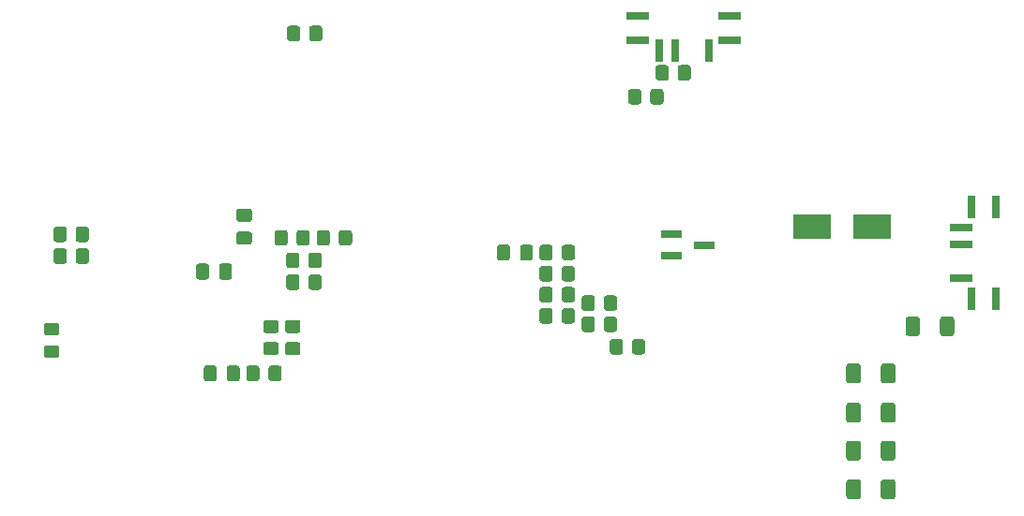
<source format=gtp>
G04 #@! TF.GenerationSoftware,KiCad,Pcbnew,(5.1.8)-1*
G04 #@! TF.CreationDate,2021-11-27T09:49:30+01:00*
G04 #@! TF.ProjectId,sensactHsNano2,73656e73-6163-4744-9873-4e616e6f322e,rev?*
G04 #@! TF.SameCoordinates,Original*
G04 #@! TF.FileFunction,Paste,Top*
G04 #@! TF.FilePolarity,Positive*
%FSLAX46Y46*%
G04 Gerber Fmt 4.6, Leading zero omitted, Abs format (unit mm)*
G04 Created by KiCad (PCBNEW (5.1.8)-1) date 2021-11-27 09:49:30*
%MOMM*%
%LPD*%
G01*
G04 APERTURE LIST*
%ADD10R,0.700000X2.000000*%
%ADD11R,2.000000X0.800000*%
%ADD12R,3.500000X2.300000*%
%ADD13R,2.000000X0.700000*%
%ADD14R,0.800000X2.000000*%
%ADD15R,1.900000X0.800000*%
G04 APERTURE END LIST*
G36*
G01*
X160509000Y-124009999D02*
X160509000Y-124910001D01*
G75*
G02*
X160259001Y-125160000I-249999J0D01*
G01*
X159558999Y-125160000D01*
G75*
G02*
X159309000Y-124910001I0J249999D01*
G01*
X159309000Y-124009999D01*
G75*
G02*
X159558999Y-123760000I249999J0D01*
G01*
X160259001Y-123760000D01*
G75*
G02*
X160509000Y-124009999I0J-249999D01*
G01*
G37*
G36*
G01*
X162509000Y-124009999D02*
X162509000Y-124910001D01*
G75*
G02*
X162259001Y-125160000I-249999J0D01*
G01*
X161558999Y-125160000D01*
G75*
G02*
X161309000Y-124910001I0J249999D01*
G01*
X161309000Y-124009999D01*
G75*
G02*
X161558999Y-123760000I249999J0D01*
G01*
X162259001Y-123760000D01*
G75*
G02*
X162509000Y-124009999I0J-249999D01*
G01*
G37*
G36*
G01*
X157969000Y-120072999D02*
X157969000Y-120973001D01*
G75*
G02*
X157719001Y-121223000I-249999J0D01*
G01*
X157018999Y-121223000D01*
G75*
G02*
X156769000Y-120973001I0J249999D01*
G01*
X156769000Y-120072999D01*
G75*
G02*
X157018999Y-119823000I249999J0D01*
G01*
X157719001Y-119823000D01*
G75*
G02*
X157969000Y-120072999I0J-249999D01*
G01*
G37*
G36*
G01*
X159969000Y-120072999D02*
X159969000Y-120973001D01*
G75*
G02*
X159719001Y-121223000I-249999J0D01*
G01*
X159018999Y-121223000D01*
G75*
G02*
X158769000Y-120973001I0J249999D01*
G01*
X158769000Y-120072999D01*
G75*
G02*
X159018999Y-119823000I249999J0D01*
G01*
X159719001Y-119823000D01*
G75*
G02*
X159969000Y-120072999I0J-249999D01*
G01*
G37*
G36*
G01*
X165436500Y-100145001D02*
X165436500Y-99244999D01*
G75*
G02*
X165686499Y-98995000I249999J0D01*
G01*
X166386501Y-98995000D01*
G75*
G02*
X166636500Y-99244999I0J-249999D01*
G01*
X166636500Y-100145001D01*
G75*
G02*
X166386501Y-100395000I-249999J0D01*
G01*
X165686499Y-100395000D01*
G75*
G02*
X165436500Y-100145001I0J249999D01*
G01*
G37*
G36*
G01*
X163436500Y-100145001D02*
X163436500Y-99244999D01*
G75*
G02*
X163686499Y-98995000I249999J0D01*
G01*
X164386501Y-98995000D01*
G75*
G02*
X164636500Y-99244999I0J-249999D01*
G01*
X164636500Y-100145001D01*
G75*
G02*
X164386501Y-100395000I-249999J0D01*
G01*
X163686499Y-100395000D01*
G75*
G02*
X163436500Y-100145001I0J249999D01*
G01*
G37*
G36*
G01*
X162960000Y-102304001D02*
X162960000Y-101403999D01*
G75*
G02*
X163209999Y-101154000I249999J0D01*
G01*
X163910001Y-101154000D01*
G75*
G02*
X164160000Y-101403999I0J-249999D01*
G01*
X164160000Y-102304001D01*
G75*
G02*
X163910001Y-102554000I-249999J0D01*
G01*
X163209999Y-102554000D01*
G75*
G02*
X162960000Y-102304001I0J249999D01*
G01*
G37*
G36*
G01*
X160960000Y-102304001D02*
X160960000Y-101403999D01*
G75*
G02*
X161209999Y-101154000I249999J0D01*
G01*
X161910001Y-101154000D01*
G75*
G02*
X162160000Y-101403999I0J-249999D01*
G01*
X162160000Y-102304001D01*
G75*
G02*
X161910001Y-102554000I-249999J0D01*
G01*
X161209999Y-102554000D01*
G75*
G02*
X160960000Y-102304001I0J249999D01*
G01*
G37*
D10*
X168250000Y-97680000D03*
X165250000Y-97680000D03*
X163750000Y-97680000D03*
D11*
X170150000Y-94570000D03*
X161850000Y-94570000D03*
X161850000Y-96780000D03*
X170150000Y-96780000D03*
G36*
G01*
X127679500Y-126422999D02*
X127679500Y-127323001D01*
G75*
G02*
X127429501Y-127573000I-249999J0D01*
G01*
X126729499Y-127573000D01*
G75*
G02*
X126479500Y-127323001I0J249999D01*
G01*
X126479500Y-126422999D01*
G75*
G02*
X126729499Y-126173000I249999J0D01*
G01*
X127429501Y-126173000D01*
G75*
G02*
X127679500Y-126422999I0J-249999D01*
G01*
G37*
G36*
G01*
X129679500Y-126422999D02*
X129679500Y-127323001D01*
G75*
G02*
X129429501Y-127573000I-249999J0D01*
G01*
X128729499Y-127573000D01*
G75*
G02*
X128479500Y-127323001I0J249999D01*
G01*
X128479500Y-126422999D01*
G75*
G02*
X128729499Y-126173000I249999J0D01*
G01*
X129429501Y-126173000D01*
G75*
G02*
X129679500Y-126422999I0J-249999D01*
G01*
G37*
G36*
G01*
X123819500Y-126398000D02*
X123819500Y-127348000D01*
G75*
G02*
X123569500Y-127598000I-250000J0D01*
G01*
X122894500Y-127598000D01*
G75*
G02*
X122644500Y-127348000I0J250000D01*
G01*
X122644500Y-126398000D01*
G75*
G02*
X122894500Y-126148000I250000J0D01*
G01*
X123569500Y-126148000D01*
G75*
G02*
X123819500Y-126398000I0J-250000D01*
G01*
G37*
G36*
G01*
X125894500Y-126398000D02*
X125894500Y-127348000D01*
G75*
G02*
X125644500Y-127598000I-250000J0D01*
G01*
X124969500Y-127598000D01*
G75*
G02*
X124719500Y-127348000I0J250000D01*
G01*
X124719500Y-126398000D01*
G75*
G02*
X124969500Y-126148000I250000J0D01*
G01*
X125644500Y-126148000D01*
G75*
G02*
X125894500Y-126398000I0J-250000D01*
G01*
G37*
D12*
X182976500Y-113588800D03*
X177576500Y-113588800D03*
G36*
G01*
X157969000Y-121977999D02*
X157969000Y-122878001D01*
G75*
G02*
X157719001Y-123128000I-249999J0D01*
G01*
X157018999Y-123128000D01*
G75*
G02*
X156769000Y-122878001I0J249999D01*
G01*
X156769000Y-121977999D01*
G75*
G02*
X157018999Y-121728000I249999J0D01*
G01*
X157719001Y-121728000D01*
G75*
G02*
X157969000Y-121977999I0J-249999D01*
G01*
G37*
G36*
G01*
X159969000Y-121977999D02*
X159969000Y-122878001D01*
G75*
G02*
X159719001Y-123128000I-249999J0D01*
G01*
X159018999Y-123128000D01*
G75*
G02*
X158769000Y-122878001I0J249999D01*
G01*
X158769000Y-121977999D01*
G75*
G02*
X159018999Y-121728000I249999J0D01*
G01*
X159719001Y-121728000D01*
G75*
G02*
X159969000Y-121977999I0J-249999D01*
G01*
G37*
G36*
G01*
X132099000Y-117099501D02*
X132099000Y-116199499D01*
G75*
G02*
X132348999Y-115949500I249999J0D01*
G01*
X133049001Y-115949500D01*
G75*
G02*
X133299000Y-116199499I0J-249999D01*
G01*
X133299000Y-117099501D01*
G75*
G02*
X133049001Y-117349500I-249999J0D01*
G01*
X132348999Y-117349500D01*
G75*
G02*
X132099000Y-117099501I0J249999D01*
G01*
G37*
G36*
G01*
X130099000Y-117099501D02*
X130099000Y-116199499D01*
G75*
G02*
X130348999Y-115949500I249999J0D01*
G01*
X131049001Y-115949500D01*
G75*
G02*
X131299000Y-116199499I0J-249999D01*
G01*
X131299000Y-117099501D01*
G75*
G02*
X131049001Y-117349500I-249999J0D01*
G01*
X130348999Y-117349500D01*
G75*
G02*
X130099000Y-117099501I0J249999D01*
G01*
G37*
G36*
G01*
X131299000Y-118167999D02*
X131299000Y-119068001D01*
G75*
G02*
X131049001Y-119318000I-249999J0D01*
G01*
X130348999Y-119318000D01*
G75*
G02*
X130099000Y-119068001I0J249999D01*
G01*
X130099000Y-118167999D01*
G75*
G02*
X130348999Y-117918000I249999J0D01*
G01*
X131049001Y-117918000D01*
G75*
G02*
X131299000Y-118167999I0J-249999D01*
G01*
G37*
G36*
G01*
X133299000Y-118167999D02*
X133299000Y-119068001D01*
G75*
G02*
X133049001Y-119318000I-249999J0D01*
G01*
X132348999Y-119318000D01*
G75*
G02*
X132099000Y-119068001I0J249999D01*
G01*
X132099000Y-118167999D01*
G75*
G02*
X132348999Y-117918000I249999J0D01*
G01*
X133049001Y-117918000D01*
G75*
G02*
X133299000Y-118167999I0J-249999D01*
G01*
G37*
G36*
G01*
X130219500Y-114167499D02*
X130219500Y-115067501D01*
G75*
G02*
X129969501Y-115317500I-249999J0D01*
G01*
X129269499Y-115317500D01*
G75*
G02*
X129019500Y-115067501I0J249999D01*
G01*
X129019500Y-114167499D01*
G75*
G02*
X129269499Y-113917500I249999J0D01*
G01*
X129969501Y-113917500D01*
G75*
G02*
X130219500Y-114167499I0J-249999D01*
G01*
G37*
G36*
G01*
X132219500Y-114167499D02*
X132219500Y-115067501D01*
G75*
G02*
X131969501Y-115317500I-249999J0D01*
G01*
X131269499Y-115317500D01*
G75*
G02*
X131019500Y-115067501I0J249999D01*
G01*
X131019500Y-114167499D01*
G75*
G02*
X131269499Y-113917500I249999J0D01*
G01*
X131969501Y-113917500D01*
G75*
G02*
X132219500Y-114167499I0J-249999D01*
G01*
G37*
G36*
G01*
X128264499Y-124034500D02*
X129164501Y-124034500D01*
G75*
G02*
X129414500Y-124284499I0J-249999D01*
G01*
X129414500Y-124984501D01*
G75*
G02*
X129164501Y-125234500I-249999J0D01*
G01*
X128264499Y-125234500D01*
G75*
G02*
X128014500Y-124984501I0J249999D01*
G01*
X128014500Y-124284499D01*
G75*
G02*
X128264499Y-124034500I249999J0D01*
G01*
G37*
G36*
G01*
X128264499Y-122034500D02*
X129164501Y-122034500D01*
G75*
G02*
X129414500Y-122284499I0J-249999D01*
G01*
X129414500Y-122984501D01*
G75*
G02*
X129164501Y-123234500I-249999J0D01*
G01*
X128264499Y-123234500D01*
G75*
G02*
X128014500Y-122984501I0J249999D01*
G01*
X128014500Y-122284499D01*
G75*
G02*
X128264499Y-122034500I249999J0D01*
G01*
G37*
G36*
G01*
X131133001Y-123234500D02*
X130232999Y-123234500D01*
G75*
G02*
X129983000Y-122984501I0J249999D01*
G01*
X129983000Y-122284499D01*
G75*
G02*
X130232999Y-122034500I249999J0D01*
G01*
X131133001Y-122034500D01*
G75*
G02*
X131383000Y-122284499I0J-249999D01*
G01*
X131383000Y-122984501D01*
G75*
G02*
X131133001Y-123234500I-249999J0D01*
G01*
G37*
G36*
G01*
X131133001Y-125234500D02*
X130232999Y-125234500D01*
G75*
G02*
X129983000Y-124984501I0J249999D01*
G01*
X129983000Y-124284499D01*
G75*
G02*
X130232999Y-124034500I249999J0D01*
G01*
X131133001Y-124034500D01*
G75*
G02*
X131383000Y-124284499I0J-249999D01*
G01*
X131383000Y-124984501D01*
G75*
G02*
X131133001Y-125234500I-249999J0D01*
G01*
G37*
G36*
G01*
X150299000Y-115476000D02*
X150299000Y-116426000D01*
G75*
G02*
X150049000Y-116676000I-250000J0D01*
G01*
X149374000Y-116676000D01*
G75*
G02*
X149124000Y-116426000I0J250000D01*
G01*
X149124000Y-115476000D01*
G75*
G02*
X149374000Y-115226000I250000J0D01*
G01*
X150049000Y-115226000D01*
G75*
G02*
X150299000Y-115476000I0J-250000D01*
G01*
G37*
G36*
G01*
X152374000Y-115476000D02*
X152374000Y-116426000D01*
G75*
G02*
X152124000Y-116676000I-250000J0D01*
G01*
X151449000Y-116676000D01*
G75*
G02*
X151199000Y-116426000I0J250000D01*
G01*
X151199000Y-115476000D01*
G75*
G02*
X151449000Y-115226000I250000J0D01*
G01*
X152124000Y-115226000D01*
G75*
G02*
X152374000Y-115476000I0J-250000D01*
G01*
G37*
G36*
G01*
X154159000Y-119310999D02*
X154159000Y-120211001D01*
G75*
G02*
X153909001Y-120461000I-249999J0D01*
G01*
X153208999Y-120461000D01*
G75*
G02*
X152959000Y-120211001I0J249999D01*
G01*
X152959000Y-119310999D01*
G75*
G02*
X153208999Y-119061000I249999J0D01*
G01*
X153909001Y-119061000D01*
G75*
G02*
X154159000Y-119310999I0J-249999D01*
G01*
G37*
G36*
G01*
X156159000Y-119310999D02*
X156159000Y-120211001D01*
G75*
G02*
X155909001Y-120461000I-249999J0D01*
G01*
X155208999Y-120461000D01*
G75*
G02*
X154959000Y-120211001I0J249999D01*
G01*
X154959000Y-119310999D01*
G75*
G02*
X155208999Y-119061000I249999J0D01*
G01*
X155909001Y-119061000D01*
G75*
G02*
X156159000Y-119310999I0J-249999D01*
G01*
G37*
G36*
G01*
X154159000Y-117405999D02*
X154159000Y-118306001D01*
G75*
G02*
X153909001Y-118556000I-249999J0D01*
G01*
X153208999Y-118556000D01*
G75*
G02*
X152959000Y-118306001I0J249999D01*
G01*
X152959000Y-117405999D01*
G75*
G02*
X153208999Y-117156000I249999J0D01*
G01*
X153909001Y-117156000D01*
G75*
G02*
X154159000Y-117405999I0J-249999D01*
G01*
G37*
G36*
G01*
X156159000Y-117405999D02*
X156159000Y-118306001D01*
G75*
G02*
X155909001Y-118556000I-249999J0D01*
G01*
X155208999Y-118556000D01*
G75*
G02*
X154959000Y-118306001I0J249999D01*
G01*
X154959000Y-117405999D01*
G75*
G02*
X155208999Y-117156000I249999J0D01*
G01*
X155909001Y-117156000D01*
G75*
G02*
X156159000Y-117405999I0J-249999D01*
G01*
G37*
G36*
G01*
X154159000Y-115500999D02*
X154159000Y-116401001D01*
G75*
G02*
X153909001Y-116651000I-249999J0D01*
G01*
X153208999Y-116651000D01*
G75*
G02*
X152959000Y-116401001I0J249999D01*
G01*
X152959000Y-115500999D01*
G75*
G02*
X153208999Y-115251000I249999J0D01*
G01*
X153909001Y-115251000D01*
G75*
G02*
X154159000Y-115500999I0J-249999D01*
G01*
G37*
G36*
G01*
X156159000Y-115500999D02*
X156159000Y-116401001D01*
G75*
G02*
X155909001Y-116651000I-249999J0D01*
G01*
X155208999Y-116651000D01*
G75*
G02*
X154959000Y-116401001I0J249999D01*
G01*
X154959000Y-115500999D01*
G75*
G02*
X155208999Y-115251000I249999J0D01*
G01*
X155909001Y-115251000D01*
G75*
G02*
X156159000Y-115500999I0J-249999D01*
G01*
G37*
G36*
G01*
X154159000Y-121215999D02*
X154159000Y-122116001D01*
G75*
G02*
X153909001Y-122366000I-249999J0D01*
G01*
X153208999Y-122366000D01*
G75*
G02*
X152959000Y-122116001I0J249999D01*
G01*
X152959000Y-121215999D01*
G75*
G02*
X153208999Y-120966000I249999J0D01*
G01*
X153909001Y-120966000D01*
G75*
G02*
X154159000Y-121215999I0J-249999D01*
G01*
G37*
G36*
G01*
X156159000Y-121215999D02*
X156159000Y-122116001D01*
G75*
G02*
X155909001Y-122366000I-249999J0D01*
G01*
X155208999Y-122366000D01*
G75*
G02*
X154959000Y-122116001I0J249999D01*
G01*
X154959000Y-121215999D01*
G75*
G02*
X155208999Y-120966000I249999J0D01*
G01*
X155909001Y-120966000D01*
G75*
G02*
X156159000Y-121215999I0J-249999D01*
G01*
G37*
G36*
G01*
X124021000Y-118140500D02*
X124021000Y-117190500D01*
G75*
G02*
X124271000Y-116940500I250000J0D01*
G01*
X124946000Y-116940500D01*
G75*
G02*
X125196000Y-117190500I0J-250000D01*
G01*
X125196000Y-118140500D01*
G75*
G02*
X124946000Y-118390500I-250000J0D01*
G01*
X124271000Y-118390500D01*
G75*
G02*
X124021000Y-118140500I0J250000D01*
G01*
G37*
G36*
G01*
X121946000Y-118140500D02*
X121946000Y-117190500D01*
G75*
G02*
X122196000Y-116940500I250000J0D01*
G01*
X122871000Y-116940500D01*
G75*
G02*
X123121000Y-117190500I0J-250000D01*
G01*
X123121000Y-118140500D01*
G75*
G02*
X122871000Y-118390500I-250000J0D01*
G01*
X122196000Y-118390500D01*
G75*
G02*
X121946000Y-118140500I0J250000D01*
G01*
G37*
G36*
G01*
X108452499Y-124338500D02*
X109352501Y-124338500D01*
G75*
G02*
X109602500Y-124588499I0J-249999D01*
G01*
X109602500Y-125238501D01*
G75*
G02*
X109352501Y-125488500I-249999J0D01*
G01*
X108452499Y-125488500D01*
G75*
G02*
X108202500Y-125238501I0J249999D01*
G01*
X108202500Y-124588499D01*
G75*
G02*
X108452499Y-124338500I249999J0D01*
G01*
G37*
G36*
G01*
X108452499Y-122288500D02*
X109352501Y-122288500D01*
G75*
G02*
X109602500Y-122538499I0J-249999D01*
G01*
X109602500Y-123188501D01*
G75*
G02*
X109352501Y-123438500I-249999J0D01*
G01*
X108452499Y-123438500D01*
G75*
G02*
X108202500Y-123188501I0J249999D01*
G01*
X108202500Y-122538499D01*
G75*
G02*
X108452499Y-122288500I249999J0D01*
G01*
G37*
D13*
X191030000Y-118226400D03*
X191030000Y-115226400D03*
X191030000Y-113726400D03*
D14*
X194140000Y-120126400D03*
X194140000Y-111826400D03*
X191930000Y-111826400D03*
X191930000Y-120126400D03*
G36*
G01*
X132162500Y-96589001D02*
X132162500Y-95688999D01*
G75*
G02*
X132412499Y-95439000I249999J0D01*
G01*
X133112501Y-95439000D01*
G75*
G02*
X133362500Y-95688999I0J-249999D01*
G01*
X133362500Y-96589001D01*
G75*
G02*
X133112501Y-96839000I-249999J0D01*
G01*
X132412499Y-96839000D01*
G75*
G02*
X132162500Y-96589001I0J249999D01*
G01*
G37*
G36*
G01*
X130162500Y-96589001D02*
X130162500Y-95688999D01*
G75*
G02*
X130412499Y-95439000I249999J0D01*
G01*
X131112501Y-95439000D01*
G75*
G02*
X131362500Y-95688999I0J-249999D01*
G01*
X131362500Y-96589001D01*
G75*
G02*
X131112501Y-96839000I-249999J0D01*
G01*
X130412499Y-96839000D01*
G75*
G02*
X130162500Y-96589001I0J249999D01*
G01*
G37*
G36*
G01*
X134845500Y-115067501D02*
X134845500Y-114167499D01*
G75*
G02*
X135095499Y-113917500I249999J0D01*
G01*
X135795501Y-113917500D01*
G75*
G02*
X136045500Y-114167499I0J-249999D01*
G01*
X136045500Y-115067501D01*
G75*
G02*
X135795501Y-115317500I-249999J0D01*
G01*
X135095499Y-115317500D01*
G75*
G02*
X134845500Y-115067501I0J249999D01*
G01*
G37*
G36*
G01*
X132845500Y-115067501D02*
X132845500Y-114167499D01*
G75*
G02*
X133095499Y-113917500I249999J0D01*
G01*
X133795501Y-113917500D01*
G75*
G02*
X134045500Y-114167499I0J-249999D01*
G01*
X134045500Y-115067501D01*
G75*
G02*
X133795501Y-115317500I-249999J0D01*
G01*
X133095499Y-115317500D01*
G75*
G02*
X132845500Y-115067501I0J249999D01*
G01*
G37*
D15*
X167870000Y-115252500D03*
X164870000Y-116202500D03*
X164870000Y-114302500D03*
G36*
G01*
X110280500Y-115818499D02*
X110280500Y-116718501D01*
G75*
G02*
X110030501Y-116968500I-249999J0D01*
G01*
X109330499Y-116968500D01*
G75*
G02*
X109080500Y-116718501I0J249999D01*
G01*
X109080500Y-115818499D01*
G75*
G02*
X109330499Y-115568500I249999J0D01*
G01*
X110030501Y-115568500D01*
G75*
G02*
X110280500Y-115818499I0J-249999D01*
G01*
G37*
G36*
G01*
X112280500Y-115818499D02*
X112280500Y-116718501D01*
G75*
G02*
X112030501Y-116968500I-249999J0D01*
G01*
X111330499Y-116968500D01*
G75*
G02*
X111080500Y-116718501I0J249999D01*
G01*
X111080500Y-115818499D01*
G75*
G02*
X111330499Y-115568500I249999J0D01*
G01*
X112030501Y-115568500D01*
G75*
G02*
X112280500Y-115818499I0J-249999D01*
G01*
G37*
G36*
G01*
X111080500Y-114750001D02*
X111080500Y-113849999D01*
G75*
G02*
X111330499Y-113600000I249999J0D01*
G01*
X112030501Y-113600000D01*
G75*
G02*
X112280500Y-113849999I0J-249999D01*
G01*
X112280500Y-114750001D01*
G75*
G02*
X112030501Y-115000000I-249999J0D01*
G01*
X111330499Y-115000000D01*
G75*
G02*
X111080500Y-114750001I0J249999D01*
G01*
G37*
G36*
G01*
X109080500Y-114750001D02*
X109080500Y-113849999D01*
G75*
G02*
X109330499Y-113600000I249999J0D01*
G01*
X110030501Y-113600000D01*
G75*
G02*
X110280500Y-113849999I0J-249999D01*
G01*
X110280500Y-114750001D01*
G75*
G02*
X110030501Y-115000000I-249999J0D01*
G01*
X109330499Y-115000000D01*
G75*
G02*
X109080500Y-114750001I0J249999D01*
G01*
G37*
G36*
G01*
X187314000Y-121993499D02*
X187314000Y-123243501D01*
G75*
G02*
X187064001Y-123493500I-249999J0D01*
G01*
X186263999Y-123493500D01*
G75*
G02*
X186014000Y-123243501I0J249999D01*
G01*
X186014000Y-121993499D01*
G75*
G02*
X186263999Y-121743500I249999J0D01*
G01*
X187064001Y-121743500D01*
G75*
G02*
X187314000Y-121993499I0J-249999D01*
G01*
G37*
G36*
G01*
X190414000Y-121993499D02*
X190414000Y-123243501D01*
G75*
G02*
X190164001Y-123493500I-249999J0D01*
G01*
X189363999Y-123493500D01*
G75*
G02*
X189114000Y-123243501I0J249999D01*
G01*
X189114000Y-121993499D01*
G75*
G02*
X189363999Y-121743500I249999J0D01*
G01*
X190164001Y-121743500D01*
G75*
G02*
X190414000Y-121993499I0J-249999D01*
G01*
G37*
G36*
G01*
X126776500Y-113151500D02*
X125826500Y-113151500D01*
G75*
G02*
X125576500Y-112901500I0J250000D01*
G01*
X125576500Y-112226500D01*
G75*
G02*
X125826500Y-111976500I250000J0D01*
G01*
X126776500Y-111976500D01*
G75*
G02*
X127026500Y-112226500I0J-250000D01*
G01*
X127026500Y-112901500D01*
G75*
G02*
X126776500Y-113151500I-250000J0D01*
G01*
G37*
G36*
G01*
X126776500Y-115226500D02*
X125826500Y-115226500D01*
G75*
G02*
X125576500Y-114976500I0J250000D01*
G01*
X125576500Y-114301500D01*
G75*
G02*
X125826500Y-114051500I250000J0D01*
G01*
X126776500Y-114051500D01*
G75*
G02*
X127026500Y-114301500I0J-250000D01*
G01*
X127026500Y-114976500D01*
G75*
G02*
X126776500Y-115226500I-250000J0D01*
G01*
G37*
G36*
G01*
X183780000Y-127523003D02*
X183780000Y-126222997D01*
G75*
G02*
X184029997Y-125973000I249997J0D01*
G01*
X184855003Y-125973000D01*
G75*
G02*
X185105000Y-126222997I0J-249997D01*
G01*
X185105000Y-127523003D01*
G75*
G02*
X184855003Y-127773000I-249997J0D01*
G01*
X184029997Y-127773000D01*
G75*
G02*
X183780000Y-127523003I0J249997D01*
G01*
G37*
G36*
G01*
X180655000Y-127523003D02*
X180655000Y-126222997D01*
G75*
G02*
X180904997Y-125973000I249997J0D01*
G01*
X181730003Y-125973000D01*
G75*
G02*
X181980000Y-126222997I0J-249997D01*
G01*
X181980000Y-127523003D01*
G75*
G02*
X181730003Y-127773000I-249997J0D01*
G01*
X180904997Y-127773000D01*
G75*
G02*
X180655000Y-127523003I0J249997D01*
G01*
G37*
G36*
G01*
X183780000Y-138000503D02*
X183780000Y-136700497D01*
G75*
G02*
X184029997Y-136450500I249997J0D01*
G01*
X184855003Y-136450500D01*
G75*
G02*
X185105000Y-136700497I0J-249997D01*
G01*
X185105000Y-138000503D01*
G75*
G02*
X184855003Y-138250500I-249997J0D01*
G01*
X184029997Y-138250500D01*
G75*
G02*
X183780000Y-138000503I0J249997D01*
G01*
G37*
G36*
G01*
X180655000Y-138000503D02*
X180655000Y-136700497D01*
G75*
G02*
X180904997Y-136450500I249997J0D01*
G01*
X181730003Y-136450500D01*
G75*
G02*
X181980000Y-136700497I0J-249997D01*
G01*
X181980000Y-138000503D01*
G75*
G02*
X181730003Y-138250500I-249997J0D01*
G01*
X180904997Y-138250500D01*
G75*
G02*
X180655000Y-138000503I0J249997D01*
G01*
G37*
G36*
G01*
X183780000Y-131079003D02*
X183780000Y-129778997D01*
G75*
G02*
X184029997Y-129529000I249997J0D01*
G01*
X184855003Y-129529000D01*
G75*
G02*
X185105000Y-129778997I0J-249997D01*
G01*
X185105000Y-131079003D01*
G75*
G02*
X184855003Y-131329000I-249997J0D01*
G01*
X184029997Y-131329000D01*
G75*
G02*
X183780000Y-131079003I0J249997D01*
G01*
G37*
G36*
G01*
X180655000Y-131079003D02*
X180655000Y-129778997D01*
G75*
G02*
X180904997Y-129529000I249997J0D01*
G01*
X181730003Y-129529000D01*
G75*
G02*
X181980000Y-129778997I0J-249997D01*
G01*
X181980000Y-131079003D01*
G75*
G02*
X181730003Y-131329000I-249997J0D01*
G01*
X180904997Y-131329000D01*
G75*
G02*
X180655000Y-131079003I0J249997D01*
G01*
G37*
G36*
G01*
X183780000Y-134508003D02*
X183780000Y-133207997D01*
G75*
G02*
X184029997Y-132958000I249997J0D01*
G01*
X184855003Y-132958000D01*
G75*
G02*
X185105000Y-133207997I0J-249997D01*
G01*
X185105000Y-134508003D01*
G75*
G02*
X184855003Y-134758000I-249997J0D01*
G01*
X184029997Y-134758000D01*
G75*
G02*
X183780000Y-134508003I0J249997D01*
G01*
G37*
G36*
G01*
X180655000Y-134508003D02*
X180655000Y-133207997D01*
G75*
G02*
X180904997Y-132958000I249997J0D01*
G01*
X181730003Y-132958000D01*
G75*
G02*
X181980000Y-133207997I0J-249997D01*
G01*
X181980000Y-134508003D01*
G75*
G02*
X181730003Y-134758000I-249997J0D01*
G01*
X180904997Y-134758000D01*
G75*
G02*
X180655000Y-134508003I0J249997D01*
G01*
G37*
M02*

</source>
